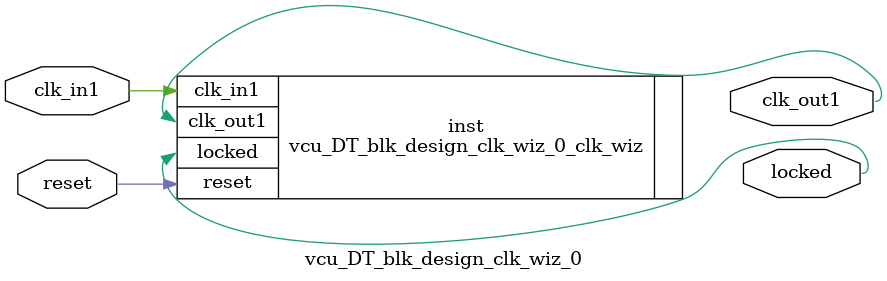
<source format=v>


`timescale 1ps/1ps

(* CORE_GENERATION_INFO = "vcu_DT_blk_design_clk_wiz_0,clk_wiz_v6_0_3_0_0,{component_name=vcu_DT_blk_design_clk_wiz_0,use_phase_alignment=false,use_min_o_jitter=false,use_max_i_jitter=false,use_dyn_phase_shift=false,use_inclk_switchover=false,use_dyn_reconfig=false,enable_axi=0,feedback_source=FDBK_AUTO,PRIMITIVE=MMCM,num_out_clk=1,clkin1_period=4.000,clkin2_period=10.0,use_power_down=false,use_reset=true,use_locked=true,use_inclk_stopped=false,feedback_type=SINGLE,CLOCK_MGR_TYPE=NA,manual_override=false}" *)

module vcu_DT_blk_design_clk_wiz_0 
 (
  // Clock out ports
  output        clk_out1,
  // Status and control signals
  input         reset,
  output        locked,
 // Clock in ports
  input         clk_in1
 );

  vcu_DT_blk_design_clk_wiz_0_clk_wiz inst
  (
  // Clock out ports  
  .clk_out1(clk_out1),
  // Status and control signals               
  .reset(reset), 
  .locked(locked),
 // Clock in ports
  .clk_in1(clk_in1)
  );

endmodule

</source>
